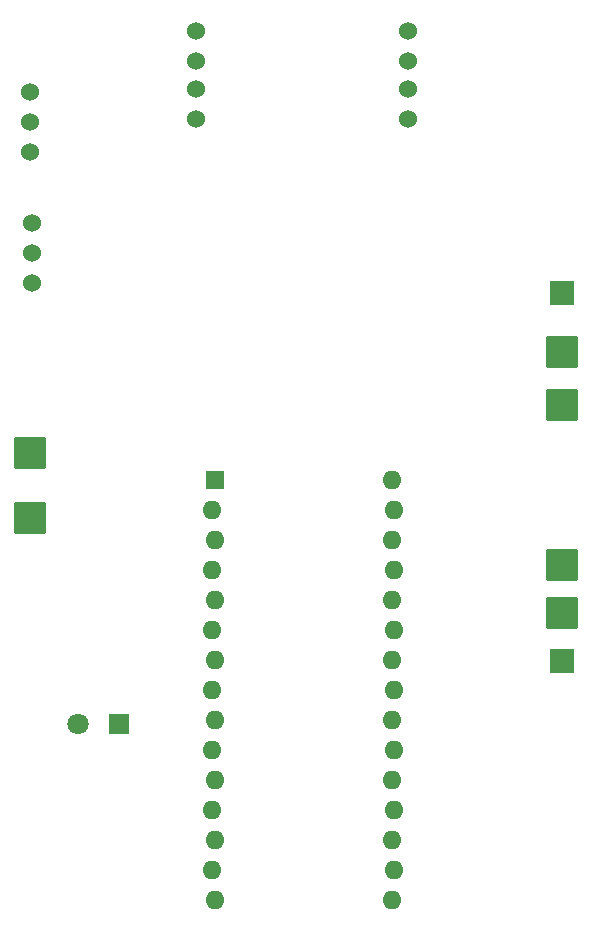
<source format=gbs>
%TF.GenerationSoftware,KiCad,Pcbnew,9.0.0*%
%TF.CreationDate,2025-04-21T16:07:22-04:00*%
%TF.ProjectId,brainfreeze,62726169-6e66-4726-9565-7a652e6b6963,rev?*%
%TF.SameCoordinates,Original*%
%TF.FileFunction,Soldermask,Bot*%
%TF.FilePolarity,Negative*%
%FSLAX46Y46*%
G04 Gerber Fmt 4.6, Leading zero omitted, Abs format (unit mm)*
G04 Created by KiCad (PCBNEW 9.0.0) date 2025-04-21 16:07:22*
%MOMM*%
%LPD*%
G01*
G04 APERTURE LIST*
G04 Aperture macros list*
%AMRoundRect*
0 Rectangle with rounded corners*
0 $1 Rounding radius*
0 $2 $3 $4 $5 $6 $7 $8 $9 X,Y pos of 4 corners*
0 Add a 4 corners polygon primitive as box body*
4,1,4,$2,$3,$4,$5,$6,$7,$8,$9,$2,$3,0*
0 Add four circle primitives for the rounded corners*
1,1,$1+$1,$2,$3*
1,1,$1+$1,$4,$5*
1,1,$1+$1,$6,$7*
1,1,$1+$1,$8,$9*
0 Add four rect primitives between the rounded corners*
20,1,$1+$1,$2,$3,$4,$5,0*
20,1,$1+$1,$4,$5,$6,$7,0*
20,1,$1+$1,$6,$7,$8,$9,0*
20,1,$1+$1,$8,$9,$2,$3,0*%
G04 Aperture macros list end*
%ADD10RoundRect,0.250000X-1.125000X-1.125000X1.125000X-1.125000X1.125000X1.125000X-1.125000X1.125000X0*%
%ADD11R,1.600000X1.600000*%
%ADD12O,1.600000X1.600000*%
%ADD13RoundRect,0.250001X-0.799999X-0.799999X0.799999X-0.799999X0.799999X0.799999X-0.799999X0.799999X0*%
%ADD14R,1.800000X1.800000*%
%ADD15C,1.800000*%
%ADD16C,1.524000*%
G04 APERTURE END LIST*
D10*
X222400000Y-106400000D03*
D11*
X193025000Y-112740000D03*
D12*
X192775000Y-115280000D03*
X193025000Y-117820000D03*
X192750000Y-120360000D03*
X193025000Y-122900000D03*
X192750000Y-125440000D03*
X193025000Y-127980000D03*
X192750000Y-130520000D03*
X193025000Y-133060000D03*
X192750000Y-135600000D03*
X193025000Y-138140000D03*
X192750000Y-140680000D03*
X193000000Y-143220000D03*
X192775000Y-145760000D03*
X193000000Y-148300000D03*
X208000000Y-148300000D03*
X208225000Y-145760000D03*
X208000000Y-143220000D03*
X208225000Y-140680000D03*
X208000000Y-138140000D03*
X208225000Y-135600000D03*
X208000000Y-133060000D03*
X208225000Y-130520000D03*
X208000000Y-127980000D03*
X208225000Y-125440000D03*
X208000000Y-122900000D03*
X208225000Y-120360000D03*
X208000000Y-117820000D03*
X208225000Y-115280000D03*
X208000000Y-112740000D03*
D10*
X177400000Y-110400000D03*
D13*
X222400000Y-96900000D03*
D10*
X177400000Y-115900000D03*
D14*
X184900000Y-133400000D03*
D15*
X181400000Y-133400000D03*
D13*
X222400000Y-128000000D03*
D16*
X177369900Y-79893400D03*
X177369900Y-82433400D03*
X177369900Y-84973400D03*
X191400000Y-74670000D03*
X191400000Y-74670000D03*
X191400000Y-77210000D03*
X191400000Y-77210000D03*
X191400000Y-79590000D03*
X191400000Y-79590000D03*
X191400000Y-82130000D03*
X191400000Y-82130000D03*
X209400000Y-74670000D03*
X209400000Y-74670000D03*
X209400000Y-77210000D03*
X209400000Y-77210000D03*
X209400000Y-79590000D03*
X209400000Y-79590000D03*
X209400000Y-82130000D03*
X209400000Y-82130000D03*
D10*
X222400000Y-119900000D03*
D16*
X177500000Y-90993400D03*
X177500000Y-93533400D03*
X177500000Y-96073400D03*
D10*
X222400000Y-101900000D03*
X222400000Y-124000000D03*
M02*

</source>
